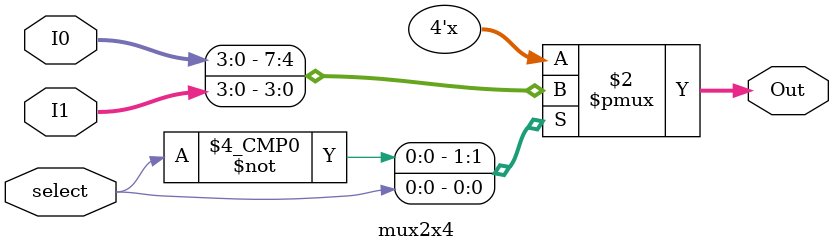
<source format=v>


module mux2x4(
    input [3:0] I0,   // first input
    input [3:0] I1,   // second input
    input select,     // select, if 0 it means I0, if 1 it means I1 is output
    output [3:0] Out  // output
);

    // reg
    reg [3:0] Out;

    // directing output to related input
	always @ (I0 or I1 or select) 
	case (select)
        1'b0: Out = I0;
		1'b1: Out = I1;
	endcase
    
endmodule

</source>
